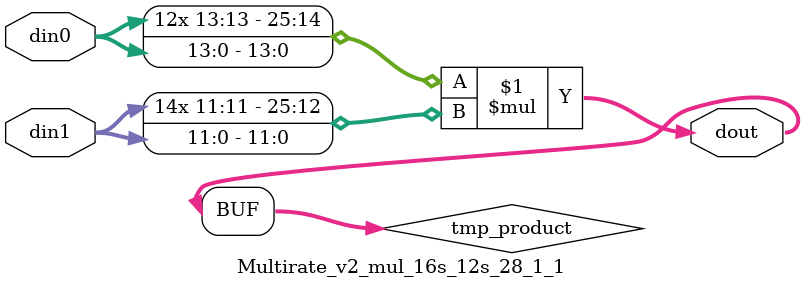
<source format=v>

`timescale 1 ns / 1 ps

 module Multirate_v2_mul_16s_12s_28_1_1(din0, din1, dout);
parameter ID = 1;
parameter NUM_STAGE = 0;
parameter din0_WIDTH = 14;
parameter din1_WIDTH = 12;
parameter dout_WIDTH = 26;

input [din0_WIDTH - 1 : 0] din0; 
input [din1_WIDTH - 1 : 0] din1; 
output [dout_WIDTH - 1 : 0] dout;

wire signed [dout_WIDTH - 1 : 0] tmp_product;



























assign tmp_product = $signed(din0) * $signed(din1);








assign dout = tmp_product;





















endmodule

</source>
